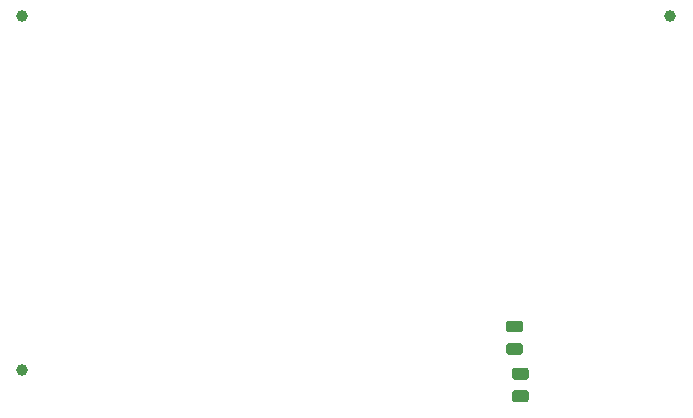
<source format=gbr>
G04 #@! TF.GenerationSoftware,KiCad,Pcbnew,(5.1.9)-1*
G04 #@! TF.CreationDate,2022-09-19T13:39:08+02:00*
G04 #@! TF.ProjectId,Zusatzplatine,5a757361-747a-4706-9c61-74696e652e6b,1.0*
G04 #@! TF.SameCoordinates,Original*
G04 #@! TF.FileFunction,Paste,Bot*
G04 #@! TF.FilePolarity,Positive*
%FSLAX46Y46*%
G04 Gerber Fmt 4.6, Leading zero omitted, Abs format (unit mm)*
G04 Created by KiCad (PCBNEW (5.1.9)-1) date 2022-09-19 13:39:08*
%MOMM*%
%LPD*%
G01*
G04 APERTURE LIST*
%ADD10C,1.000000*%
G04 APERTURE END LIST*
D10*
X68580000Y-109220000D03*
X123444000Y-79248000D03*
X68580000Y-79248000D03*
G36*
G01*
X111225000Y-110050000D02*
X110275000Y-110050000D01*
G75*
G02*
X110025000Y-109800000I0J250000D01*
G01*
X110025000Y-109300000D01*
G75*
G02*
X110275000Y-109050000I250000J0D01*
G01*
X111225000Y-109050000D01*
G75*
G02*
X111475000Y-109300000I0J-250000D01*
G01*
X111475000Y-109800000D01*
G75*
G02*
X111225000Y-110050000I-250000J0D01*
G01*
G37*
G36*
G01*
X111225000Y-111950000D02*
X110275000Y-111950000D01*
G75*
G02*
X110025000Y-111700000I0J250000D01*
G01*
X110025000Y-111200000D01*
G75*
G02*
X110275000Y-110950000I250000J0D01*
G01*
X111225000Y-110950000D01*
G75*
G02*
X111475000Y-111200000I0J-250000D01*
G01*
X111475000Y-111700000D01*
G75*
G02*
X111225000Y-111950000I-250000J0D01*
G01*
G37*
G36*
G01*
X109775000Y-106950000D02*
X110725000Y-106950000D01*
G75*
G02*
X110975000Y-107200000I0J-250000D01*
G01*
X110975000Y-107700000D01*
G75*
G02*
X110725000Y-107950000I-250000J0D01*
G01*
X109775000Y-107950000D01*
G75*
G02*
X109525000Y-107700000I0J250000D01*
G01*
X109525000Y-107200000D01*
G75*
G02*
X109775000Y-106950000I250000J0D01*
G01*
G37*
G36*
G01*
X109775000Y-105050000D02*
X110725000Y-105050000D01*
G75*
G02*
X110975000Y-105300000I0J-250000D01*
G01*
X110975000Y-105800000D01*
G75*
G02*
X110725000Y-106050000I-250000J0D01*
G01*
X109775000Y-106050000D01*
G75*
G02*
X109525000Y-105800000I0J250000D01*
G01*
X109525000Y-105300000D01*
G75*
G02*
X109775000Y-105050000I250000J0D01*
G01*
G37*
M02*

</source>
